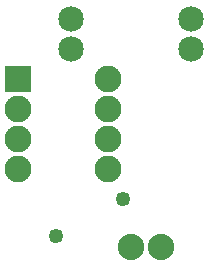
<source format=gbs>
G04 MADE WITH FRITZING*
G04 WWW.FRITZING.ORG*
G04 DOUBLE SIDED*
G04 HOLES PLATED*
G04 CONTOUR ON CENTER OF CONTOUR VECTOR*
%ASAXBY*%
%FSLAX23Y23*%
%MOIN*%
%OFA0B0*%
%SFA1.0B1.0*%
%ADD10C,0.085000*%
%ADD11C,0.089370*%
%ADD12C,0.049370*%
%ADD13C,0.088000*%
%ADD14R,0.089370X0.089370*%
%LNMASK0*%
G90*
G70*
G54D10*
X592Y814D03*
X992Y814D03*
G54D11*
X417Y714D03*
X717Y714D03*
X417Y614D03*
X717Y614D03*
X417Y514D03*
X717Y514D03*
X417Y414D03*
X717Y414D03*
G54D10*
X992Y914D03*
X592Y914D03*
G54D12*
X767Y314D03*
G54D13*
X892Y151D03*
X792Y151D03*
G54D12*
X542Y189D03*
G54D14*
X417Y714D03*
G04 End of Mask0*
M02*
</source>
